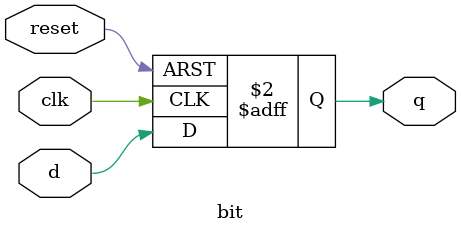
<source format=v>
module bit (
    input wire clk,    
    input wire reset,   
    input wire d,   
    output reg q       
);

    always @(posedge clk or posedge reset) begin
        if (reset) begin
            q <= 1'b0;  
        end else begin
            q <= d;    
        end
    end

endmodule

</source>
